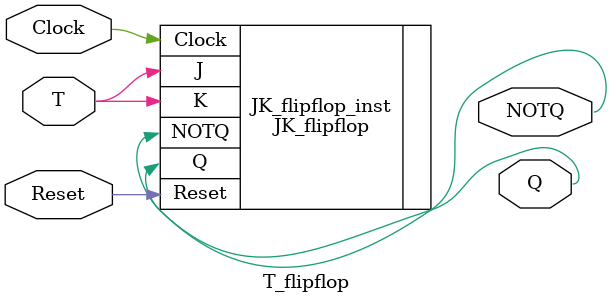
<source format=v>
module T_flipflop(
    input T, Clock, Reset,
    output Q, 
    output NOTQ
    );
    
    JK_flipflop JK_flipflop_inst(
        .J(T),
        .K(T),
        .Clock(Clock),
        .Q(Q),
        .NOTQ(NOTQ),
        .Reset(Reset)
        );
        
endmodule

</source>
